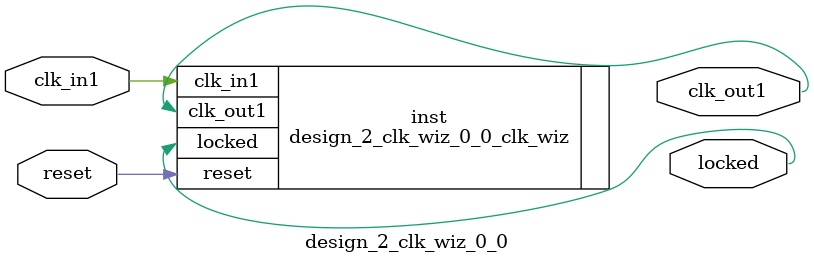
<source format=v>


`timescale 1ps/1ps

(* CORE_GENERATION_INFO = "design_2_clk_wiz_0_0,clk_wiz_v5_4_3_0,{component_name=design_2_clk_wiz_0_0,use_phase_alignment=true,use_min_o_jitter=false,use_max_i_jitter=false,use_dyn_phase_shift=false,use_inclk_switchover=false,use_dyn_reconfig=false,enable_axi=0,feedback_source=FDBK_AUTO,PRIMITIVE=MMCM,num_out_clk=1,clkin1_period=10.000,clkin2_period=10.000,use_power_down=false,use_reset=true,use_locked=true,use_inclk_stopped=false,feedback_type=SINGLE,CLOCK_MGR_TYPE=NA,manual_override=false}" *)

module design_2_clk_wiz_0_0 
 (
  // Clock out ports
  output        clk_out1,
  // Status and control signals
  input         reset,
  output        locked,
 // Clock in ports
  input         clk_in1
 );

  design_2_clk_wiz_0_0_clk_wiz inst
  (
  // Clock out ports  
  .clk_out1(clk_out1),
  // Status and control signals               
  .reset(reset), 
  .locked(locked),
 // Clock in ports
  .clk_in1(clk_in1)
  );

endmodule

</source>
